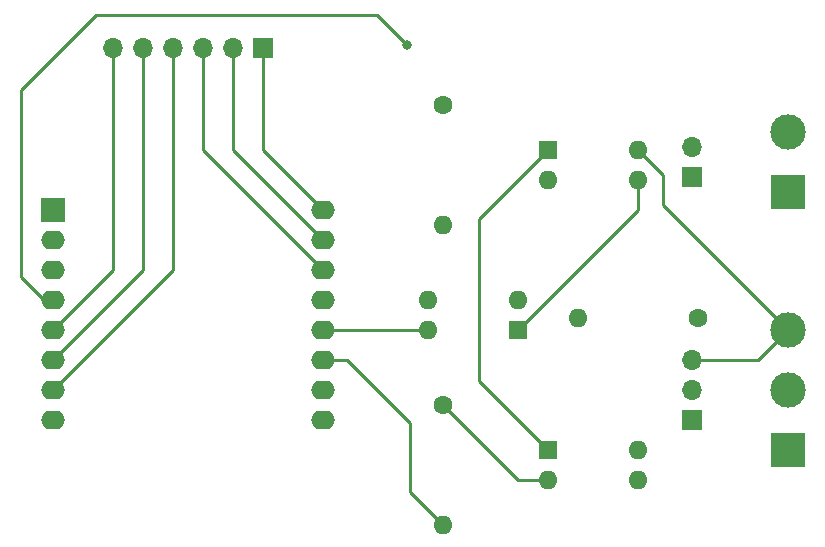
<source format=gbl>
%TF.GenerationSoftware,KiCad,Pcbnew,5.1.10*%
%TF.CreationDate,2021-10-24T13:16:46+02:00*%
%TF.ProjectId,PCB,5043422e-6b69-4636-9164-5f7063625858,1.0*%
%TF.SameCoordinates,Original*%
%TF.FileFunction,Copper,L2,Bot*%
%TF.FilePolarity,Positive*%
%FSLAX46Y46*%
G04 Gerber Fmt 4.6, Leading zero omitted, Abs format (unit mm)*
G04 Created by KiCad (PCBNEW 5.1.10) date 2021-10-24 13:16:46*
%MOMM*%
%LPD*%
G01*
G04 APERTURE LIST*
%TA.AperFunction,ComponentPad*%
%ADD10O,1.700000X1.700000*%
%TD*%
%TA.AperFunction,ComponentPad*%
%ADD11R,1.700000X1.700000*%
%TD*%
%TA.AperFunction,ComponentPad*%
%ADD12C,3.000000*%
%TD*%
%TA.AperFunction,ComponentPad*%
%ADD13R,3.000000X3.000000*%
%TD*%
%TA.AperFunction,ComponentPad*%
%ADD14O,2.000000X1.600000*%
%TD*%
%TA.AperFunction,ComponentPad*%
%ADD15R,2.000000X2.000000*%
%TD*%
%TA.AperFunction,ComponentPad*%
%ADD16O,1.600000X1.600000*%
%TD*%
%TA.AperFunction,ComponentPad*%
%ADD17R,1.600000X1.600000*%
%TD*%
%TA.AperFunction,ComponentPad*%
%ADD18C,1.600000*%
%TD*%
%TA.AperFunction,ViaPad*%
%ADD19C,0.800000*%
%TD*%
%TA.AperFunction,Conductor*%
%ADD20C,0.250000*%
%TD*%
G04 APERTURE END LIST*
D10*
X104902000Y-107950000D03*
X104902000Y-110490000D03*
D11*
X104902000Y-113030000D03*
D10*
X104902000Y-89916000D03*
D11*
X104902000Y-92456000D03*
D12*
X113030000Y-105410000D03*
X113030000Y-110490000D03*
D13*
X113030000Y-115570000D03*
D12*
X113030000Y-88646000D03*
D13*
X113030000Y-93726000D03*
D10*
X55880000Y-81534000D03*
X58420000Y-81534000D03*
X60960000Y-81534000D03*
X63500000Y-81534000D03*
X66040000Y-81534000D03*
D11*
X68580000Y-81534000D03*
D14*
X73660000Y-95250000D03*
X73660000Y-97790000D03*
X73660000Y-100330000D03*
X73660000Y-102870000D03*
X73660000Y-105410000D03*
X73660000Y-107950000D03*
X73660000Y-110490000D03*
X73660000Y-113030000D03*
X50800000Y-113030000D03*
X50800000Y-110490000D03*
X50800000Y-107950000D03*
X50800000Y-105410000D03*
X50800000Y-102870000D03*
X50800000Y-100330000D03*
D15*
X50800000Y-95250000D03*
D14*
X50800000Y-97790000D03*
D16*
X100330000Y-90170000D03*
X92710000Y-92710000D03*
X100330000Y-92710000D03*
D17*
X92710000Y-90170000D03*
D16*
X100330000Y-115570000D03*
X92710000Y-118110000D03*
X100330000Y-118110000D03*
D17*
X92710000Y-115570000D03*
D16*
X82550000Y-105410000D03*
X90170000Y-102870000D03*
X82550000Y-102870000D03*
D17*
X90170000Y-105410000D03*
D16*
X95250000Y-104394000D03*
D18*
X105410000Y-104394000D03*
D16*
X83820000Y-96520000D03*
D18*
X83820000Y-86360000D03*
D16*
X83820000Y-121920000D03*
D18*
X83820000Y-111760000D03*
D19*
X80772000Y-81280000D03*
D20*
X73660000Y-107950000D02*
X75712320Y-107950000D01*
X75712320Y-107950000D02*
X81051400Y-113289080D01*
X81051400Y-119151400D02*
X83820000Y-121920000D01*
X81051400Y-113289080D02*
X81051400Y-119151400D01*
X83820000Y-111760000D02*
X90170000Y-118110000D01*
X90170000Y-118110000D02*
X92710000Y-118110000D01*
X55880000Y-100330000D02*
X50800000Y-105410000D01*
X55880000Y-81534000D02*
X55880000Y-100330000D01*
X51054000Y-107950000D02*
X50800000Y-107950000D01*
X58420000Y-100330000D02*
X50800000Y-107950000D01*
X58420000Y-81534000D02*
X58420000Y-100330000D01*
X60960000Y-100330000D02*
X50800000Y-110490000D01*
X60960000Y-81534000D02*
X60960000Y-100330000D01*
X63500000Y-90170000D02*
X73660000Y-100330000D01*
X63500000Y-81534000D02*
X63500000Y-90170000D01*
X66040000Y-90170000D02*
X73660000Y-97790000D01*
X66040000Y-81534000D02*
X66040000Y-90170000D01*
X68580000Y-90170000D02*
X73660000Y-95250000D01*
X68580000Y-81534000D02*
X68580000Y-90170000D01*
X100330000Y-95250000D02*
X100330000Y-92710000D01*
X90170000Y-105410000D02*
X100330000Y-95250000D01*
X73660000Y-105410000D02*
X82550000Y-105410000D01*
X54483000Y-78740000D02*
X78232000Y-78740000D01*
X48133000Y-85090000D02*
X54483000Y-78740000D01*
X78232000Y-78740000D02*
X80772000Y-81280000D01*
X48133000Y-100965000D02*
X48133000Y-85090000D01*
X50038000Y-102870000D02*
X48133000Y-100965000D01*
X50800000Y-102870000D02*
X50038000Y-102870000D01*
X92710000Y-90170000D02*
X86868000Y-96012000D01*
X92710000Y-115570000D02*
X86868000Y-109728000D01*
X86868000Y-109728000D02*
X86868000Y-96012000D01*
X113030000Y-105410000D02*
X102489000Y-94869000D01*
X102489000Y-92329000D02*
X100330000Y-90170000D01*
X102489000Y-94869000D02*
X102489000Y-92329000D01*
X110490000Y-107950000D02*
X113030000Y-105410000D01*
X104902000Y-107950000D02*
X110490000Y-107950000D01*
M02*

</source>
